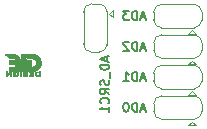
<source format=gbr>
G04 #@! TF.GenerationSoftware,KiCad,Pcbnew,(5.1.4)-1*
G04 #@! TF.CreationDate,2020-03-20T01:19:45-05:00*
G04 #@! TF.ProjectId,MAX31850 Breakout,4d415833-3138-4353-9020-427265616b6f,rev?*
G04 #@! TF.SameCoordinates,Original*
G04 #@! TF.FileFunction,Legend,Bot*
G04 #@! TF.FilePolarity,Positive*
%FSLAX46Y46*%
G04 Gerber Fmt 4.6, Leading zero omitted, Abs format (unit mm)*
G04 Created by KiCad (PCBNEW (5.1.4)-1) date 2020-03-20 01:19:45*
%MOMM*%
%LPD*%
G04 APERTURE LIST*
%ADD10C,0.010000*%
%ADD11C,0.120000*%
%ADD12C,0.127000*%
G04 APERTURE END LIST*
D10*
G36*
X40334878Y-70648012D02*
G01*
X40261534Y-70648269D01*
X40193930Y-70648679D01*
X40133323Y-70649225D01*
X40080970Y-70649891D01*
X40038128Y-70650662D01*
X40006054Y-70651521D01*
X39986006Y-70652452D01*
X39979237Y-70653420D01*
X39984193Y-70659654D01*
X39998282Y-70674910D01*
X40020338Y-70697986D01*
X40049193Y-70727679D01*
X40083678Y-70762788D01*
X40122627Y-70802108D01*
X40158904Y-70838477D01*
X40338572Y-71018037D01*
X40842837Y-71018037D01*
X40842837Y-71192208D01*
X40342094Y-71192208D01*
X40342094Y-71540551D01*
X40842837Y-71540551D01*
X40842837Y-71714723D01*
X40342094Y-71714723D01*
X40342094Y-72070323D01*
X41241980Y-72070323D01*
X41241980Y-71043731D01*
X41044075Y-70845827D01*
X40846171Y-70647923D01*
X40412704Y-70647923D01*
X40334878Y-70648012D01*
X40334878Y-70648012D01*
G37*
X40334878Y-70648012D02*
X40261534Y-70648269D01*
X40193930Y-70648679D01*
X40133323Y-70649225D01*
X40080970Y-70649891D01*
X40038128Y-70650662D01*
X40006054Y-70651521D01*
X39986006Y-70652452D01*
X39979237Y-70653420D01*
X39984193Y-70659654D01*
X39998282Y-70674910D01*
X40020338Y-70697986D01*
X40049193Y-70727679D01*
X40083678Y-70762788D01*
X40122627Y-70802108D01*
X40158904Y-70838477D01*
X40338572Y-71018037D01*
X40842837Y-71018037D01*
X40842837Y-71192208D01*
X40342094Y-71192208D01*
X40342094Y-71540551D01*
X40842837Y-71540551D01*
X40842837Y-71714723D01*
X40342094Y-71714723D01*
X40342094Y-72070323D01*
X41241980Y-72070323D01*
X41241980Y-71043731D01*
X41044075Y-70845827D01*
X40846171Y-70647923D01*
X40412704Y-70647923D01*
X40334878Y-70648012D01*
G36*
X41333696Y-70662273D02*
G01*
X41332966Y-70682896D01*
X41332276Y-70716066D01*
X41331632Y-70760798D01*
X41331044Y-70816109D01*
X41330517Y-70881014D01*
X41330060Y-70954529D01*
X41329680Y-71035671D01*
X41329385Y-71123455D01*
X41329181Y-71216898D01*
X41329078Y-71315016D01*
X41329065Y-71362751D01*
X41329065Y-72070323D01*
X41720951Y-72070323D01*
X41720951Y-71036077D01*
X41530401Y-70845628D01*
X41487111Y-70802502D01*
X41446984Y-70762796D01*
X41411184Y-70727642D01*
X41380877Y-70698173D01*
X41357229Y-70675522D01*
X41341404Y-70660821D01*
X41334567Y-70655203D01*
X41334458Y-70655180D01*
X41333696Y-70662273D01*
X41333696Y-70662273D01*
G37*
X41333696Y-70662273D02*
X41332966Y-70682896D01*
X41332276Y-70716066D01*
X41331632Y-70760798D01*
X41331044Y-70816109D01*
X41330517Y-70881014D01*
X41330060Y-70954529D01*
X41329680Y-71035671D01*
X41329385Y-71123455D01*
X41329181Y-71216898D01*
X41329078Y-71315016D01*
X41329065Y-71362751D01*
X41329065Y-72070323D01*
X41720951Y-72070323D01*
X41720951Y-71036077D01*
X41530401Y-70845628D01*
X41487111Y-70802502D01*
X41446984Y-70762796D01*
X41411184Y-70727642D01*
X41380877Y-70698173D01*
X41357229Y-70675522D01*
X41341404Y-70660821D01*
X41334567Y-70655203D01*
X41334458Y-70655180D01*
X41333696Y-70662273D01*
G36*
X41898039Y-70649181D02*
G01*
X41843276Y-70649419D01*
X41446716Y-70651551D01*
X41625510Y-70832980D01*
X41804305Y-71014408D01*
X42069242Y-71018299D01*
X42138274Y-71019333D01*
X42194438Y-71020281D01*
X42239378Y-71021262D01*
X42274739Y-71022394D01*
X42302164Y-71023793D01*
X42323300Y-71025580D01*
X42339789Y-71027871D01*
X42353277Y-71030785D01*
X42365409Y-71034439D01*
X42377827Y-71038953D01*
X42382648Y-71040796D01*
X42450373Y-71073394D01*
X42508720Y-71114944D01*
X42556868Y-71164160D01*
X42593994Y-71219756D01*
X42619277Y-71280446D01*
X42631895Y-71344945D01*
X42631024Y-71411966D01*
X42629054Y-71426223D01*
X42612231Y-71491230D01*
X42584272Y-71550984D01*
X42546706Y-71603793D01*
X42501062Y-71647963D01*
X42448871Y-71681805D01*
X42391662Y-71703625D01*
X42374918Y-71707356D01*
X42351468Y-71710358D01*
X42318318Y-71712770D01*
X42280275Y-71714310D01*
X42249732Y-71714723D01*
X42163637Y-71714723D01*
X42163637Y-71192208D01*
X41808037Y-71192208D01*
X41808037Y-72077580D01*
X42063851Y-72076503D01*
X42127153Y-72076095D01*
X42189092Y-72075430D01*
X42247350Y-72074554D01*
X42299611Y-72073510D01*
X42343560Y-72072343D01*
X42376879Y-72071097D01*
X42392237Y-72070230D01*
X42488284Y-72056345D01*
X42579250Y-72029181D01*
X42664228Y-71989365D01*
X42742310Y-71937518D01*
X42812587Y-71874266D01*
X42874151Y-71800231D01*
X42926096Y-71716039D01*
X42935965Y-71696580D01*
X42960411Y-71643698D01*
X42978229Y-71597185D01*
X42991067Y-71551486D01*
X43000576Y-71501047D01*
X43006041Y-71460723D01*
X43010927Y-71361037D01*
X43001679Y-71262398D01*
X42978641Y-71166304D01*
X42942151Y-71074254D01*
X42901476Y-71001341D01*
X42884950Y-70978240D01*
X42861732Y-70949303D01*
X42835433Y-70918916D01*
X42818713Y-70900798D01*
X42739101Y-70826128D01*
X42655036Y-70765137D01*
X42565831Y-70717484D01*
X42470800Y-70682830D01*
X42369255Y-70660836D01*
X42320982Y-70654953D01*
X42294492Y-70653247D01*
X42254690Y-70651812D01*
X42202778Y-70650662D01*
X42139956Y-70649809D01*
X42067425Y-70649269D01*
X41986386Y-70649055D01*
X41898039Y-70649181D01*
X41898039Y-70649181D01*
G37*
X41898039Y-70649181D02*
X41843276Y-70649419D01*
X41446716Y-70651551D01*
X41625510Y-70832980D01*
X41804305Y-71014408D01*
X42069242Y-71018299D01*
X42138274Y-71019333D01*
X42194438Y-71020281D01*
X42239378Y-71021262D01*
X42274739Y-71022394D01*
X42302164Y-71023793D01*
X42323300Y-71025580D01*
X42339789Y-71027871D01*
X42353277Y-71030785D01*
X42365409Y-71034439D01*
X42377827Y-71038953D01*
X42382648Y-71040796D01*
X42450373Y-71073394D01*
X42508720Y-71114944D01*
X42556868Y-71164160D01*
X42593994Y-71219756D01*
X42619277Y-71280446D01*
X42631895Y-71344945D01*
X42631024Y-71411966D01*
X42629054Y-71426223D01*
X42612231Y-71491230D01*
X42584272Y-71550984D01*
X42546706Y-71603793D01*
X42501062Y-71647963D01*
X42448871Y-71681805D01*
X42391662Y-71703625D01*
X42374918Y-71707356D01*
X42351468Y-71710358D01*
X42318318Y-71712770D01*
X42280275Y-71714310D01*
X42249732Y-71714723D01*
X42163637Y-71714723D01*
X42163637Y-71192208D01*
X41808037Y-71192208D01*
X41808037Y-72077580D01*
X42063851Y-72076503D01*
X42127153Y-72076095D01*
X42189092Y-72075430D01*
X42247350Y-72074554D01*
X42299611Y-72073510D01*
X42343560Y-72072343D01*
X42376879Y-72071097D01*
X42392237Y-72070230D01*
X42488284Y-72056345D01*
X42579250Y-72029181D01*
X42664228Y-71989365D01*
X42742310Y-71937518D01*
X42812587Y-71874266D01*
X42874151Y-71800231D01*
X42926096Y-71716039D01*
X42935965Y-71696580D01*
X42960411Y-71643698D01*
X42978229Y-71597185D01*
X42991067Y-71551486D01*
X43000576Y-71501047D01*
X43006041Y-71460723D01*
X43010927Y-71361037D01*
X43001679Y-71262398D01*
X42978641Y-71166304D01*
X42942151Y-71074254D01*
X42901476Y-71001341D01*
X42884950Y-70978240D01*
X42861732Y-70949303D01*
X42835433Y-70918916D01*
X42818713Y-70900798D01*
X42739101Y-70826128D01*
X42655036Y-70765137D01*
X42565831Y-70717484D01*
X42470800Y-70682830D01*
X42369255Y-70660836D01*
X42320982Y-70654953D01*
X42294492Y-70653247D01*
X42254690Y-70651812D01*
X42202778Y-70650662D01*
X42139956Y-70649809D01*
X42067425Y-70649269D01*
X41986386Y-70649055D01*
X41898039Y-70649181D01*
G36*
X40435360Y-72135687D02*
G01*
X40427143Y-72136519D01*
X40418558Y-72139157D01*
X40408139Y-72144623D01*
X40394424Y-72153942D01*
X40375948Y-72168136D01*
X40351247Y-72188229D01*
X40318858Y-72215243D01*
X40277316Y-72250203D01*
X40260518Y-72264358D01*
X40226029Y-72293274D01*
X40195357Y-72318714D01*
X40170204Y-72339290D01*
X40152272Y-72353613D01*
X40143261Y-72360294D01*
X40142590Y-72360608D01*
X40141323Y-72353763D01*
X40140244Y-72334871D01*
X40139432Y-72306401D01*
X40138970Y-72270820D01*
X40138894Y-72248123D01*
X40138894Y-72135637D01*
X40066322Y-72135637D01*
X40066322Y-72483980D01*
X40093537Y-72483941D01*
X40117492Y-72480437D01*
X40138770Y-72471980D01*
X40139935Y-72471241D01*
X40152272Y-72462066D01*
X40172935Y-72445594D01*
X40199756Y-72423656D01*
X40230564Y-72398082D01*
X40263192Y-72370700D01*
X40295469Y-72343341D01*
X40325227Y-72317834D01*
X40350296Y-72296008D01*
X40368508Y-72279694D01*
X40377694Y-72270720D01*
X40377752Y-72270651D01*
X40388387Y-72261117D01*
X40393783Y-72259008D01*
X40395965Y-72265854D01*
X40397825Y-72284744D01*
X40399223Y-72313213D01*
X40400020Y-72348793D01*
X40400151Y-72371494D01*
X40400151Y-72483980D01*
X40472722Y-72483980D01*
X40472722Y-72135637D01*
X40444673Y-72135637D01*
X40435360Y-72135687D01*
X40435360Y-72135687D01*
G37*
X40435360Y-72135687D02*
X40427143Y-72136519D01*
X40418558Y-72139157D01*
X40408139Y-72144623D01*
X40394424Y-72153942D01*
X40375948Y-72168136D01*
X40351247Y-72188229D01*
X40318858Y-72215243D01*
X40277316Y-72250203D01*
X40260518Y-72264358D01*
X40226029Y-72293274D01*
X40195357Y-72318714D01*
X40170204Y-72339290D01*
X40152272Y-72353613D01*
X40143261Y-72360294D01*
X40142590Y-72360608D01*
X40141323Y-72353763D01*
X40140244Y-72334871D01*
X40139432Y-72306401D01*
X40138970Y-72270820D01*
X40138894Y-72248123D01*
X40138894Y-72135637D01*
X40066322Y-72135637D01*
X40066322Y-72483980D01*
X40093537Y-72483941D01*
X40117492Y-72480437D01*
X40138770Y-72471980D01*
X40139935Y-72471241D01*
X40152272Y-72462066D01*
X40172935Y-72445594D01*
X40199756Y-72423656D01*
X40230564Y-72398082D01*
X40263192Y-72370700D01*
X40295469Y-72343341D01*
X40325227Y-72317834D01*
X40350296Y-72296008D01*
X40368508Y-72279694D01*
X40377694Y-72270720D01*
X40377752Y-72270651D01*
X40388387Y-72261117D01*
X40393783Y-72259008D01*
X40395965Y-72265854D01*
X40397825Y-72284744D01*
X40399223Y-72313213D01*
X40400020Y-72348793D01*
X40400151Y-72371494D01*
X40400151Y-72483980D01*
X40472722Y-72483980D01*
X40472722Y-72135637D01*
X40444673Y-72135637D01*
X40435360Y-72135687D01*
G36*
X40801068Y-72135829D02*
G01*
X40757527Y-72136368D01*
X40720686Y-72137196D01*
X40692785Y-72138256D01*
X40676061Y-72139491D01*
X40672619Y-72140145D01*
X40659469Y-72150863D01*
X40648688Y-72169282D01*
X40641672Y-72190769D01*
X40639814Y-72210690D01*
X40644507Y-72224414D01*
X40646721Y-72226244D01*
X40657608Y-72229583D01*
X40677448Y-72233211D01*
X40690264Y-72234941D01*
X40711794Y-72236967D01*
X40722616Y-72235647D01*
X40726361Y-72229864D01*
X40726722Y-72223733D01*
X40727193Y-72218081D01*
X40729958Y-72214000D01*
X40737049Y-72211234D01*
X40750498Y-72209527D01*
X40772336Y-72208624D01*
X40804594Y-72208270D01*
X40849305Y-72208208D01*
X40973465Y-72208208D01*
X40973465Y-72411408D01*
X40726722Y-72411408D01*
X40726722Y-72346659D01*
X40853722Y-72342465D01*
X40855964Y-72311426D01*
X40858205Y-72280387D01*
X40750735Y-72282397D01*
X40643265Y-72284408D01*
X40643875Y-72370815D01*
X40643963Y-72404133D01*
X40644758Y-72430197D01*
X40647847Y-72449895D01*
X40654817Y-72464112D01*
X40667253Y-72473736D01*
X40686743Y-72479655D01*
X40714872Y-72482754D01*
X40753227Y-72483920D01*
X40803394Y-72484042D01*
X40846291Y-72483980D01*
X40900445Y-72483902D01*
X40942015Y-72483572D01*
X40972929Y-72482844D01*
X40995116Y-72481570D01*
X41010504Y-72479606D01*
X41021024Y-72476805D01*
X41028603Y-72473022D01*
X41033032Y-72469836D01*
X41039679Y-72464048D01*
X41044565Y-72457196D01*
X41048083Y-72446975D01*
X41050624Y-72431080D01*
X41052582Y-72407206D01*
X41054348Y-72373048D01*
X41055953Y-72335173D01*
X41057595Y-72279608D01*
X41057561Y-72235094D01*
X41055872Y-72202825D01*
X41053256Y-72186297D01*
X41048660Y-72171010D01*
X41042935Y-72159154D01*
X41034326Y-72150293D01*
X41021078Y-72143992D01*
X41001435Y-72139815D01*
X40973640Y-72137328D01*
X40935939Y-72136093D01*
X40886575Y-72135676D01*
X40849073Y-72135637D01*
X40801068Y-72135829D01*
X40801068Y-72135829D01*
G37*
X40801068Y-72135829D02*
X40757527Y-72136368D01*
X40720686Y-72137196D01*
X40692785Y-72138256D01*
X40676061Y-72139491D01*
X40672619Y-72140145D01*
X40659469Y-72150863D01*
X40648688Y-72169282D01*
X40641672Y-72190769D01*
X40639814Y-72210690D01*
X40644507Y-72224414D01*
X40646721Y-72226244D01*
X40657608Y-72229583D01*
X40677448Y-72233211D01*
X40690264Y-72234941D01*
X40711794Y-72236967D01*
X40722616Y-72235647D01*
X40726361Y-72229864D01*
X40726722Y-72223733D01*
X40727193Y-72218081D01*
X40729958Y-72214000D01*
X40737049Y-72211234D01*
X40750498Y-72209527D01*
X40772336Y-72208624D01*
X40804594Y-72208270D01*
X40849305Y-72208208D01*
X40973465Y-72208208D01*
X40973465Y-72411408D01*
X40726722Y-72411408D01*
X40726722Y-72346659D01*
X40853722Y-72342465D01*
X40855964Y-72311426D01*
X40858205Y-72280387D01*
X40750735Y-72282397D01*
X40643265Y-72284408D01*
X40643875Y-72370815D01*
X40643963Y-72404133D01*
X40644758Y-72430197D01*
X40647847Y-72449895D01*
X40654817Y-72464112D01*
X40667253Y-72473736D01*
X40686743Y-72479655D01*
X40714872Y-72482754D01*
X40753227Y-72483920D01*
X40803394Y-72484042D01*
X40846291Y-72483980D01*
X40900445Y-72483902D01*
X40942015Y-72483572D01*
X40972929Y-72482844D01*
X40995116Y-72481570D01*
X41010504Y-72479606D01*
X41021024Y-72476805D01*
X41028603Y-72473022D01*
X41033032Y-72469836D01*
X41039679Y-72464048D01*
X41044565Y-72457196D01*
X41048083Y-72446975D01*
X41050624Y-72431080D01*
X41052582Y-72407206D01*
X41054348Y-72373048D01*
X41055953Y-72335173D01*
X41057595Y-72279608D01*
X41057561Y-72235094D01*
X41055872Y-72202825D01*
X41053256Y-72186297D01*
X41048660Y-72171010D01*
X41042935Y-72159154D01*
X41034326Y-72150293D01*
X41021078Y-72143992D01*
X41001435Y-72139815D01*
X40973640Y-72137328D01*
X40935939Y-72136093D01*
X40886575Y-72135676D01*
X40849073Y-72135637D01*
X40801068Y-72135829D01*
G36*
X41220208Y-72483980D02*
G01*
X41307294Y-72483980D01*
X41307294Y-72135637D01*
X41220208Y-72135637D01*
X41220208Y-72483980D01*
X41220208Y-72483980D01*
G37*
X41220208Y-72483980D02*
X41307294Y-72483980D01*
X41307294Y-72135637D01*
X41220208Y-72135637D01*
X41220208Y-72483980D01*
G36*
X41609129Y-72135676D02*
G01*
X41571440Y-72135941D01*
X41544128Y-72136652D01*
X41525127Y-72138028D01*
X41512369Y-72140291D01*
X41503785Y-72143661D01*
X41497308Y-72148357D01*
X41492021Y-72153450D01*
X41476936Y-72177632D01*
X41474208Y-72196564D01*
X41474936Y-72213457D01*
X41479408Y-72223135D01*
X41491059Y-72228630D01*
X41513323Y-72232975D01*
X41515937Y-72233409D01*
X41535169Y-72236010D01*
X41544092Y-72234139D01*
X41546652Y-72226046D01*
X41546780Y-72219732D01*
X41546780Y-72200951D01*
X41764494Y-72200951D01*
X41764494Y-72264856D01*
X41501968Y-72269894D01*
X41483816Y-72291004D01*
X41475514Y-72301592D01*
X41470370Y-72312256D01*
X41467792Y-72326501D01*
X41467189Y-72347835D01*
X41467972Y-72379762D01*
X41468121Y-72384185D01*
X41469133Y-72414139D01*
X41470979Y-72437416D01*
X41475309Y-72454857D01*
X41483771Y-72467300D01*
X41498017Y-72475588D01*
X41519697Y-72480561D01*
X41550459Y-72483058D01*
X41591953Y-72483920D01*
X41645831Y-72483988D01*
X41664028Y-72483980D01*
X41823211Y-72483980D01*
X41841024Y-72466167D01*
X41854784Y-72445840D01*
X41858837Y-72419417D01*
X41858837Y-72419336D01*
X41857722Y-72400312D01*
X41851713Y-72390403D01*
X41836815Y-72384238D01*
X41831622Y-72382761D01*
X41807164Y-72376811D01*
X41793410Y-72376512D01*
X41787428Y-72382543D01*
X41786265Y-72393265D01*
X41786265Y-72411408D01*
X41546780Y-72411408D01*
X41546780Y-72346094D01*
X41653822Y-72345921D01*
X41711368Y-72345365D01*
X41756032Y-72343284D01*
X41789435Y-72338743D01*
X41813199Y-72330808D01*
X41828943Y-72318544D01*
X41838290Y-72301017D01*
X41842859Y-72277293D01*
X41844272Y-72246437D01*
X41844322Y-72236103D01*
X41843973Y-72204445D01*
X41842396Y-72183620D01*
X41838800Y-72169955D01*
X41832393Y-72159775D01*
X41826510Y-72153450D01*
X41820208Y-72147478D01*
X41813525Y-72143017D01*
X41804392Y-72139846D01*
X41790742Y-72137745D01*
X41770508Y-72136494D01*
X41741620Y-72135872D01*
X41702011Y-72135660D01*
X41659265Y-72135637D01*
X41609129Y-72135676D01*
X41609129Y-72135676D01*
G37*
X41609129Y-72135676D02*
X41571440Y-72135941D01*
X41544128Y-72136652D01*
X41525127Y-72138028D01*
X41512369Y-72140291D01*
X41503785Y-72143661D01*
X41497308Y-72148357D01*
X41492021Y-72153450D01*
X41476936Y-72177632D01*
X41474208Y-72196564D01*
X41474936Y-72213457D01*
X41479408Y-72223135D01*
X41491059Y-72228630D01*
X41513323Y-72232975D01*
X41515937Y-72233409D01*
X41535169Y-72236010D01*
X41544092Y-72234139D01*
X41546652Y-72226046D01*
X41546780Y-72219732D01*
X41546780Y-72200951D01*
X41764494Y-72200951D01*
X41764494Y-72264856D01*
X41501968Y-72269894D01*
X41483816Y-72291004D01*
X41475514Y-72301592D01*
X41470370Y-72312256D01*
X41467792Y-72326501D01*
X41467189Y-72347835D01*
X41467972Y-72379762D01*
X41468121Y-72384185D01*
X41469133Y-72414139D01*
X41470979Y-72437416D01*
X41475309Y-72454857D01*
X41483771Y-72467300D01*
X41498017Y-72475588D01*
X41519697Y-72480561D01*
X41550459Y-72483058D01*
X41591953Y-72483920D01*
X41645831Y-72483988D01*
X41664028Y-72483980D01*
X41823211Y-72483980D01*
X41841024Y-72466167D01*
X41854784Y-72445840D01*
X41858837Y-72419417D01*
X41858837Y-72419336D01*
X41857722Y-72400312D01*
X41851713Y-72390403D01*
X41836815Y-72384238D01*
X41831622Y-72382761D01*
X41807164Y-72376811D01*
X41793410Y-72376512D01*
X41787428Y-72382543D01*
X41786265Y-72393265D01*
X41786265Y-72411408D01*
X41546780Y-72411408D01*
X41546780Y-72346094D01*
X41653822Y-72345921D01*
X41711368Y-72345365D01*
X41756032Y-72343284D01*
X41789435Y-72338743D01*
X41813199Y-72330808D01*
X41828943Y-72318544D01*
X41838290Y-72301017D01*
X41842859Y-72277293D01*
X41844272Y-72246437D01*
X41844322Y-72236103D01*
X41843973Y-72204445D01*
X41842396Y-72183620D01*
X41838800Y-72169955D01*
X41832393Y-72159775D01*
X41826510Y-72153450D01*
X41820208Y-72147478D01*
X41813525Y-72143017D01*
X41804392Y-72139846D01*
X41790742Y-72137745D01*
X41770508Y-72136494D01*
X41741620Y-72135872D01*
X41702011Y-72135660D01*
X41659265Y-72135637D01*
X41609129Y-72135676D01*
G36*
X41996722Y-72200951D02*
G01*
X42265237Y-72200951D01*
X42265237Y-72265774D01*
X42187222Y-72267834D01*
X42109208Y-72269894D01*
X42109208Y-72335208D01*
X42187222Y-72337268D01*
X42265237Y-72339328D01*
X42265237Y-72411088D01*
X42129165Y-72413062D01*
X41993094Y-72415037D01*
X41990882Y-72449508D01*
X41988670Y-72483980D01*
X42352322Y-72483980D01*
X42352322Y-72135637D01*
X41996722Y-72135637D01*
X41996722Y-72200951D01*
X41996722Y-72200951D01*
G37*
X41996722Y-72200951D02*
X42265237Y-72200951D01*
X42265237Y-72265774D01*
X42187222Y-72267834D01*
X42109208Y-72269894D01*
X42109208Y-72335208D01*
X42187222Y-72337268D01*
X42265237Y-72339328D01*
X42265237Y-72411088D01*
X42129165Y-72413062D01*
X41993094Y-72415037D01*
X41990882Y-72449508D01*
X41988670Y-72483980D01*
X42352322Y-72483980D01*
X42352322Y-72135637D01*
X41996722Y-72135637D01*
X41996722Y-72200951D01*
G36*
X42764165Y-72136935D02*
G01*
X42712331Y-72137820D01*
X42672820Y-72138845D01*
X42643441Y-72140222D01*
X42622003Y-72142169D01*
X42606315Y-72144898D01*
X42594186Y-72148624D01*
X42583424Y-72153563D01*
X42580922Y-72154888D01*
X42543543Y-72180787D01*
X42517851Y-72212799D01*
X42502877Y-72252706D01*
X42497649Y-72302289D01*
X42497625Y-72307761D01*
X42502823Y-72358634D01*
X42518528Y-72400698D01*
X42545262Y-72435668D01*
X42559884Y-72449527D01*
X42573630Y-72460169D01*
X42588674Y-72468060D01*
X42607191Y-72473667D01*
X42631356Y-72477459D01*
X42663344Y-72479901D01*
X42705331Y-72481461D01*
X42759492Y-72482607D01*
X42764165Y-72482691D01*
X42918380Y-72485423D01*
X42918380Y-72412901D01*
X42831294Y-72412901D01*
X42742394Y-72410099D01*
X42698912Y-72408107D01*
X42667328Y-72405066D01*
X42645045Y-72400618D01*
X42630031Y-72394716D01*
X42605538Y-72373886D01*
X42589995Y-72344452D01*
X42584234Y-72309842D01*
X42589091Y-72273486D01*
X42596062Y-72255087D01*
X42606678Y-72236216D01*
X42619497Y-72222591D01*
X42637017Y-72213286D01*
X42661733Y-72207373D01*
X42696141Y-72203926D01*
X42738765Y-72202130D01*
X42831294Y-72199493D01*
X42831294Y-72412901D01*
X42918380Y-72412901D01*
X42918380Y-72134604D01*
X42764165Y-72136935D01*
X42764165Y-72136935D01*
G37*
X42764165Y-72136935D02*
X42712331Y-72137820D01*
X42672820Y-72138845D01*
X42643441Y-72140222D01*
X42622003Y-72142169D01*
X42606315Y-72144898D01*
X42594186Y-72148624D01*
X42583424Y-72153563D01*
X42580922Y-72154888D01*
X42543543Y-72180787D01*
X42517851Y-72212799D01*
X42502877Y-72252706D01*
X42497649Y-72302289D01*
X42497625Y-72307761D01*
X42502823Y-72358634D01*
X42518528Y-72400698D01*
X42545262Y-72435668D01*
X42559884Y-72449527D01*
X42573630Y-72460169D01*
X42588674Y-72468060D01*
X42607191Y-72473667D01*
X42631356Y-72477459D01*
X42663344Y-72479901D01*
X42705331Y-72481461D01*
X42759492Y-72482607D01*
X42764165Y-72482691D01*
X42918380Y-72485423D01*
X42918380Y-72412901D01*
X42831294Y-72412901D01*
X42742394Y-72410099D01*
X42698912Y-72408107D01*
X42667328Y-72405066D01*
X42645045Y-72400618D01*
X42630031Y-72394716D01*
X42605538Y-72373886D01*
X42589995Y-72344452D01*
X42584234Y-72309842D01*
X42589091Y-72273486D01*
X42596062Y-72255087D01*
X42606678Y-72236216D01*
X42619497Y-72222591D01*
X42637017Y-72213286D01*
X42661733Y-72207373D01*
X42696141Y-72203926D01*
X42738765Y-72202130D01*
X42831294Y-72199493D01*
X42831294Y-72412901D01*
X42918380Y-72412901D01*
X42918380Y-72134604D01*
X42764165Y-72136935D01*
D11*
X55810000Y-68637000D02*
X55510000Y-68937000D01*
X56110000Y-68937000D02*
X55510000Y-68937000D01*
X55810000Y-68637000D02*
X56110000Y-68937000D01*
X56660000Y-67737000D02*
X56660000Y-67137000D01*
X53210000Y-68437000D02*
X56010000Y-68437000D01*
X52560000Y-67137000D02*
X52560000Y-67737000D01*
X56010000Y-66437000D02*
X53210000Y-66437000D01*
X53260000Y-66437000D02*
G75*
G03X52560000Y-67137000I0J-700000D01*
G01*
X52560000Y-67737000D02*
G75*
G03X53260000Y-68437000I700000J0D01*
G01*
X55960000Y-68437000D02*
G75*
G03X56660000Y-67737000I0J700000D01*
G01*
X56660000Y-67137000D02*
G75*
G03X55960000Y-66437000I-700000J0D01*
G01*
X56660000Y-69719333D02*
G75*
G03X55960000Y-69019333I-700000J0D01*
G01*
X55960000Y-71019333D02*
G75*
G03X56660000Y-70319333I0J700000D01*
G01*
X52560000Y-70319333D02*
G75*
G03X53260000Y-71019333I700000J0D01*
G01*
X53260000Y-69019333D02*
G75*
G03X52560000Y-69719333I0J-700000D01*
G01*
X56010000Y-69019333D02*
X53210000Y-69019333D01*
X52560000Y-69719333D02*
X52560000Y-70319333D01*
X53210000Y-71019333D02*
X56010000Y-71019333D01*
X56660000Y-70319333D02*
X56660000Y-69719333D01*
X55810000Y-71219333D02*
X56110000Y-71519333D01*
X56110000Y-71519333D02*
X55510000Y-71519333D01*
X55810000Y-71219333D02*
X55510000Y-71519333D01*
X56660000Y-72301666D02*
G75*
G03X55960000Y-71601666I-700000J0D01*
G01*
X55960000Y-73601666D02*
G75*
G03X56660000Y-72901666I0J700000D01*
G01*
X52560000Y-72901666D02*
G75*
G03X53260000Y-73601666I700000J0D01*
G01*
X53260000Y-71601666D02*
G75*
G03X52560000Y-72301666I0J-700000D01*
G01*
X56010000Y-71601666D02*
X53210000Y-71601666D01*
X52560000Y-72301666D02*
X52560000Y-72901666D01*
X53210000Y-73601666D02*
X56010000Y-73601666D01*
X56660000Y-72901666D02*
X56660000Y-72301666D01*
X55810000Y-73801666D02*
X56110000Y-74101666D01*
X56110000Y-74101666D02*
X55510000Y-74101666D01*
X55810000Y-73801666D02*
X55510000Y-74101666D01*
X56660000Y-74883999D02*
G75*
G03X55960000Y-74183999I-700000J0D01*
G01*
X55960000Y-76183999D02*
G75*
G03X56660000Y-75483999I0J700000D01*
G01*
X52560000Y-75483999D02*
G75*
G03X53260000Y-76183999I700000J0D01*
G01*
X53260000Y-74183999D02*
G75*
G03X52560000Y-74883999I0J-700000D01*
G01*
X56010000Y-74183999D02*
X53210000Y-74183999D01*
X52560000Y-74883999D02*
X52560000Y-75483999D01*
X53210000Y-76183999D02*
X56010000Y-76183999D01*
X56660000Y-75483999D02*
X56660000Y-74883999D01*
X55810000Y-76383999D02*
X56110000Y-76683999D01*
X56110000Y-76683999D02*
X55510000Y-76683999D01*
X55810000Y-76383999D02*
X55510000Y-76683999D01*
X47325000Y-66403000D02*
G75*
G03X46625000Y-67103000I0J-700000D01*
G01*
X48625000Y-67103000D02*
G75*
G03X47925000Y-66403000I-700000J0D01*
G01*
X47925000Y-70503000D02*
G75*
G03X48625000Y-69803000I0J700000D01*
G01*
X46625000Y-69803000D02*
G75*
G03X47325000Y-70503000I700000J0D01*
G01*
X46625000Y-67053000D02*
X46625000Y-69853000D01*
X47325000Y-70503000D02*
X47925000Y-70503000D01*
X48625000Y-69853000D02*
X48625000Y-67053000D01*
X47925000Y-66403000D02*
X47325000Y-66403000D01*
X48825000Y-67253000D02*
X49125000Y-66953000D01*
X49125000Y-66953000D02*
X49125000Y-67553000D01*
X48825000Y-67253000D02*
X49125000Y-67553000D01*
D12*
X51852285Y-67564000D02*
X51489428Y-67564000D01*
X51924857Y-67781714D02*
X51670857Y-67019714D01*
X51416857Y-67781714D01*
X51162857Y-67781714D02*
X51162857Y-67019714D01*
X50981428Y-67019714D01*
X50872571Y-67056000D01*
X50800000Y-67128571D01*
X50763714Y-67201142D01*
X50727428Y-67346285D01*
X50727428Y-67455142D01*
X50763714Y-67600285D01*
X50800000Y-67672857D01*
X50872571Y-67745428D01*
X50981428Y-67781714D01*
X51162857Y-67781714D01*
X50473428Y-67019714D02*
X50001714Y-67019714D01*
X50255714Y-67310000D01*
X50146857Y-67310000D01*
X50074285Y-67346285D01*
X50038000Y-67382571D01*
X50001714Y-67455142D01*
X50001714Y-67636571D01*
X50038000Y-67709142D01*
X50074285Y-67745428D01*
X50146857Y-67781714D01*
X50364571Y-67781714D01*
X50437142Y-67745428D01*
X50473428Y-67709142D01*
X51852285Y-70146333D02*
X51489428Y-70146333D01*
X51924857Y-70364047D02*
X51670857Y-69602047D01*
X51416857Y-70364047D01*
X51162857Y-70364047D02*
X51162857Y-69602047D01*
X50981428Y-69602047D01*
X50872571Y-69638333D01*
X50800000Y-69710904D01*
X50763714Y-69783475D01*
X50727428Y-69928618D01*
X50727428Y-70037475D01*
X50763714Y-70182618D01*
X50800000Y-70255190D01*
X50872571Y-70327761D01*
X50981428Y-70364047D01*
X51162857Y-70364047D01*
X50437142Y-69674618D02*
X50400857Y-69638333D01*
X50328285Y-69602047D01*
X50146857Y-69602047D01*
X50074285Y-69638333D01*
X50038000Y-69674618D01*
X50001714Y-69747190D01*
X50001714Y-69819761D01*
X50038000Y-69928618D01*
X50473428Y-70364047D01*
X50001714Y-70364047D01*
X51852285Y-72728666D02*
X51489428Y-72728666D01*
X51924857Y-72946380D02*
X51670857Y-72184380D01*
X51416857Y-72946380D01*
X51162857Y-72946380D02*
X51162857Y-72184380D01*
X50981428Y-72184380D01*
X50872571Y-72220666D01*
X50800000Y-72293237D01*
X50763714Y-72365808D01*
X50727428Y-72510951D01*
X50727428Y-72619808D01*
X50763714Y-72764951D01*
X50800000Y-72837523D01*
X50872571Y-72910094D01*
X50981428Y-72946380D01*
X51162857Y-72946380D01*
X50001714Y-72946380D02*
X50437142Y-72946380D01*
X50219428Y-72946380D02*
X50219428Y-72184380D01*
X50292000Y-72293237D01*
X50364571Y-72365808D01*
X50437142Y-72402094D01*
X51852285Y-75310999D02*
X51489428Y-75310999D01*
X51924857Y-75528713D02*
X51670857Y-74766713D01*
X51416857Y-75528713D01*
X51162857Y-75528713D02*
X51162857Y-74766713D01*
X50981428Y-74766713D01*
X50872571Y-74802999D01*
X50800000Y-74875570D01*
X50763714Y-74948141D01*
X50727428Y-75093284D01*
X50727428Y-75202141D01*
X50763714Y-75347284D01*
X50800000Y-75419856D01*
X50872571Y-75492427D01*
X50981428Y-75528713D01*
X51162857Y-75528713D01*
X50255714Y-74766713D02*
X50183142Y-74766713D01*
X50110571Y-74802999D01*
X50074285Y-74839284D01*
X50038000Y-74911856D01*
X50001714Y-75056999D01*
X50001714Y-75238427D01*
X50038000Y-75383570D01*
X50074285Y-75456141D01*
X50110571Y-75492427D01*
X50183142Y-75528713D01*
X50255714Y-75528713D01*
X50328285Y-75492427D01*
X50364571Y-75456141D01*
X50400857Y-75383570D01*
X50437142Y-75238427D01*
X50437142Y-75056999D01*
X50400857Y-74911856D01*
X50364571Y-74839284D01*
X50328285Y-74802999D01*
X50255714Y-74766713D01*
X48577500Y-70875071D02*
X48577500Y-71237928D01*
X48795214Y-70802500D02*
X48033214Y-71056500D01*
X48795214Y-71310500D01*
X48795214Y-71564500D02*
X48033214Y-71564500D01*
X48033214Y-71745928D01*
X48069500Y-71854785D01*
X48142071Y-71927357D01*
X48214642Y-71963642D01*
X48359785Y-71999928D01*
X48468642Y-71999928D01*
X48613785Y-71963642D01*
X48686357Y-71927357D01*
X48758928Y-71854785D01*
X48795214Y-71745928D01*
X48795214Y-71564500D01*
X48867785Y-72145071D02*
X48867785Y-72725642D01*
X48758928Y-72870785D02*
X48795214Y-72979642D01*
X48795214Y-73161071D01*
X48758928Y-73233642D01*
X48722642Y-73269928D01*
X48650071Y-73306214D01*
X48577500Y-73306214D01*
X48504928Y-73269928D01*
X48468642Y-73233642D01*
X48432357Y-73161071D01*
X48396071Y-73015928D01*
X48359785Y-72943357D01*
X48323500Y-72907071D01*
X48250928Y-72870785D01*
X48178357Y-72870785D01*
X48105785Y-72907071D01*
X48069500Y-72943357D01*
X48033214Y-73015928D01*
X48033214Y-73197357D01*
X48069500Y-73306214D01*
X48795214Y-74068214D02*
X48432357Y-73814214D01*
X48795214Y-73632785D02*
X48033214Y-73632785D01*
X48033214Y-73923071D01*
X48069500Y-73995642D01*
X48105785Y-74031928D01*
X48178357Y-74068214D01*
X48287214Y-74068214D01*
X48359785Y-74031928D01*
X48396071Y-73995642D01*
X48432357Y-73923071D01*
X48432357Y-73632785D01*
X48722642Y-74830214D02*
X48758928Y-74793928D01*
X48795214Y-74685071D01*
X48795214Y-74612500D01*
X48758928Y-74503642D01*
X48686357Y-74431071D01*
X48613785Y-74394785D01*
X48468642Y-74358500D01*
X48359785Y-74358500D01*
X48214642Y-74394785D01*
X48142071Y-74431071D01*
X48069500Y-74503642D01*
X48033214Y-74612500D01*
X48033214Y-74685071D01*
X48069500Y-74793928D01*
X48105785Y-74830214D01*
X48795214Y-75555928D02*
X48795214Y-75120500D01*
X48795214Y-75338214D02*
X48033214Y-75338214D01*
X48142071Y-75265642D01*
X48214642Y-75193071D01*
X48250928Y-75120500D01*
M02*

</source>
